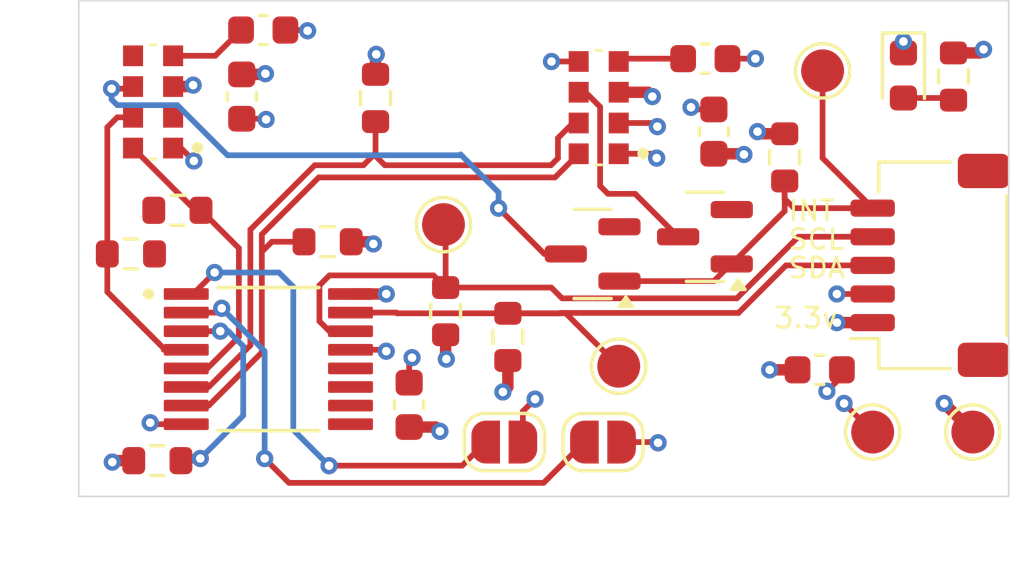
<source format=kicad_pcb>
(kicad_pcb (version 20241229) (generator "pcbnew") (generator_version "9.0")
  (layers (0 "F.Cu" signal) (4 "In1.Cu" signal) (6 "In2.Cu" signal) (2 "B.Cu" signal) (13 "F.Paste" user) (15 "B.Paste" user) (5 "F.SilkS" user "F.Silkscreen") (7 "B.SilkS" user "B.Silkscreen") (1 "F.Mask" user) (3 "B.Mask" user) (25 "Edge.Cuts" user))
  (net 0 "")
  (net 1 "+3.3V")
  (net 2 "GND")
  (net 3 "Net-(D1-A)")
  (net 4 "Net-(D2-A)")
  (net 6 "Net-(D2-COM)")
  (net 7 "Net-(D3-COM)")
  (net 9 "Net-(J1-Pin_4)")
  (net 10 "Net-(J1-Pin_3)")
  (net 11 "Net-(JP3-A)")
  (net 12 "Net-(JP4-A)")
  (net 13 "Net-(U1-~{RESET})")
  (net 16 "Net-(IC1-A)")
  (net 19 "Net-(IC1-SDAT)")
  (net 20 "Net-(IC1-SCLK)")
  (net 21 "Net-(IC2-A)")
  (net 22 "Net-(IC2-SDAT)")
  (net 23 "Net-(IC2-SCLK)")
  (footprint "Capacitor_SMD:C_0603_1608Metric" (layer "F.Cu") (at 168.15 61.15 180)
    (property "Reference" "C1" (hide yes))
    (property "Value" "2.2µF")
    (fp_line (start -0.14058 0.51) (end 0.14058 0.51) (stroke (width 0.12)) (layer "F.SilkS"))
    (fp_line (start -0.14058 -0.51) (end 0.14058 -0.51) (stroke (width 0.12)) (layer "F.SilkS"))
    (pad "1" smd roundrect (at -0.775 0 180) (size 0.9 0.95) (layers "F.Cu" "F.Mask" "F.Paste") (net 2 "GND"))
    (pad "2" smd roundrect (at 0.775 0 180) (size 0.9 0.95) (layers "F.Cu" "F.Mask" "F.Paste") (net 1 "+3.3V"))
  )
  (footprint "Resistor_SMD:R_0603_1608Metric" (layer "F.Cu") (at 145.7 55.575 180)
    (property "Reference" "R9" (hide yes))
    (property "Value" "4.7kΩ" (hide yes))
    (fp_line (start -0.237258 0.5225) (end 0.237258 0.5225) (stroke (width 0.12)) (layer "F.SilkS"))
    (fp_line (start -0.237258 -0.5225) (end 0.237258 -0.5225) (stroke (width 0.12)) (layer "F.SilkS"))
    (pad "1" smd roundrect (at -0.825 0 180) (size 0.8 0.95) (layers "F.Cu" "F.Mask" "F.Paste") (net 20 "Net-(IC1-SCLK)"))
    (pad "2" smd roundrect (at 0.825 0 180) (size 0.8 0.95) (layers "F.Cu" "F.Mask" "F.Paste") (net 1 "+3.3V"))
  )
  (footprint "TestPoint:TestPoint_Pad_D1.5mm" (layer "F.Cu") (at 173.5 63.325)
    (property "Reference" "TP1" (hide yes))
    (property "Value" "TestPoint_Small" (hide yes))
    (fp_circle (center 0 0) (end 0 0.95) (stroke (width 0.12)) (fill no) (layer "F.SilkS"))
    (pad "1" smd circle (at 0 0) (size 1.5 1.5) (layers "F.Cu" "F.Mask") (net 1 "+3.3V"))
  )
  (footprint "TestPoint:TestPoint_Pad_D1.5mm" (layer "F.Cu") (at 155 56.075 90)
    (property "Reference" "TP4" (hide yes))
    (property "Value" "TestPoint_Small" (hide yes))
    (fp_circle (center 0 0) (end 0 0.95) (stroke (width 0.12)) (fill no) (layer "F.SilkS"))
    (pad "1" smd circle (at 0 0 90) (size 1.5 1.5) (layers "F.Cu" "F.Mask") (net 9 "Net-(J1-Pin_4)"))
  )
  (footprint "Jumper:SolderJumper-2_P1.3mm_Open_RoundedPad1.0x1.5mm" (layer "F.Cu") (at 157.125 63.675)
    (property "Reference" "JP4" (hide yes))
    (property "Value" "SolderJumper_2_Open" (hide yes))
    (fp_line (start -1.4 0.3) (end -1.4 -0.3) (stroke (width 0.12)) (layer "F.SilkS"))
    (fp_line (start -0.7 -1) (end 0.7 -1) (stroke (width 0.12)) (layer "F.SilkS"))
    (fp_line (start 0.7 1) (end -0.7 1) (stroke (width 0.12)) (layer "F.SilkS"))
    (fp_line (start 1.4 -0.3) (end 1.4 0.3) (stroke (width 0.12)) (layer "F.SilkS"))
    (fp_arc (start -1.4 -0.3) (mid -1.194975 -0.794975) (end -0.7 -1) (stroke (width 0.12)) (layer "F.SilkS"))
    (fp_arc (start -0.7 1) (mid -1.194975 0.794975) (end -1.4 0.3) (stroke (width 0.12)) (layer "F.SilkS"))
    (fp_arc (start 0.7 -1) (mid 1.194975 -0.794975) (end 1.4 -0.3) (stroke (width 0.12)) (layer "F.SilkS"))
    (fp_arc (start 1.4 0.3) (mid 1.194975 0.794975) (end 0.7 1) (stroke (width 0.12)) (layer "F.SilkS"))
    (pad "1" smd custom (at -0.65 0) (size 1 0.5) (layers "F.Cu" "F.Mask") (net 12 "Net-(JP4-A)") (options (clearance outline) (anchor rect)) (primitives (gr_circle (center 0 0.25) (end 0.5 0.25) (width 0) (fill yes)) (gr_circle (center 0 -0.25) (end 0.5 -0.25) (width 0) (fill yes)) (gr_poly (pts (xy 0.5 0.75) (xy 0 0.75) (xy 0 -0.75) (xy 0.5 -0.75)) (width 0) (fill yes))))
    (pad "2" smd custom (at 0.65 0) (size 1 0.5) (layers "F.Cu" "F.Mask") (net 2 "GND") (options (clearance outline) (anchor rect)) (primitives (gr_circle (center 0 0.25) (end 0.5 0.25) (width 0) (fill yes)) (gr_circle (center 0 -0.25) (end 0.5 -0.25) (width 0) (fill yes)) (gr_poly (pts (xy 0 0.75) (xy -0.5 0.75) (xy -0.5 -0.75) (xy 0 -0.75)) (width 0) (fill yes))))
  )
  (footprint "Resistor_SMD:R_0603_1608Metric" (layer "F.Cu") (at 152.625 51.65 -90)
    (property "Reference" "R6" (hide yes))
    (property "Value" "4.7kΩ" (hide yes))
    (fp_line (start -0.237258 0.5225) (end 0.237258 0.5225) (stroke (width 0.12)) (layer "F.SilkS"))
    (fp_line (start -0.237258 -0.5225) (end 0.237258 -0.5225) (stroke (width 0.12)) (layer "F.SilkS"))
    (pad "1" smd roundrect (at -0.825 0 270) (size 0.8 0.95) (layers "F.Cu" "F.Mask" "F.Paste") (net 1 "+3.3V"))
    (pad "2" smd roundrect (at 0.825 0 270) (size 0.8 0.95) (layers "F.Cu" "F.Mask" "F.Paste") (net 22 "Net-(IC2-SDAT)"))
  )
  (footprint "Resistor_SMD:R_0603_1608Metric" (layer "F.Cu") (at 166.925 53.725 -90)
    (property "Reference" "R5" (hide yes))
    (property "Value" "10kΩ" (hide yes))
    (fp_line (start -0.237258 0.5225) (end 0.237258 0.5225) (stroke (width 0.12)) (layer "F.SilkS"))
    (fp_line (start -0.237258 -0.5225) (end 0.237258 -0.5225) (stroke (width 0.12)) (layer "F.SilkS"))
    (pad "1" smd roundrect (at -0.825 0 270) (size 0.8 0.95) (layers "F.Cu" "F.Mask" "F.Paste") (net 1 "+3.3V"))
    (pad "2" smd roundrect (at 0.825 0 270) (size 0.8 0.95) (layers "F.Cu" "F.Mask" "F.Paste") (net 4 "Net-(D2-A)"))
  )
  (footprint "Resistor_SMD:R_0603_1608Metric" (layer "F.Cu") (at 145 64.325 180)
    (property "Reference" "R3" (hide yes))
    (property "Value" "10kΩ")
    (fp_line (start -0.237258 0.5225) (end 0.237258 0.5225) (stroke (width 0.12)) (layer "F.SilkS"))
    (fp_line (start -0.237258 -0.5225) (end 0.237258 -0.5225) (stroke (width 0.12)) (layer "F.SilkS"))
    (pad "1" smd roundrect (at -0.825 0 180) (size 0.8 0.95) (layers "F.Cu" "F.Mask" "F.Paste") (net 13 "Net-(U1-~{RESET})"))
    (pad "2" smd roundrect (at 0.825 0 180) (size 0.8 0.95) (layers "F.Cu" "F.Mask" "F.Paste") (net 1 "+3.3V"))
  )
  (footprint "TestPoint:TestPoint_Pad_D1.5mm" (layer "F.Cu") (at 170 63.325)
    (property "Reference" "TP2" (hide yes))
    (property "Value" "TestPoint_Small" (hide yes))
    (fp_circle (center 0 0) (end 0 0.95) (stroke (width 0.12)) (fill no) (layer "F.SilkS"))
    (pad "1" smd circle (at 0 0) (size 1.5 1.5) (layers "F.Cu" "F.Mask") (net 2 "GND"))
  )
  (footprint "Capacitor_SMD:C_0603_1608Metric" (layer "F.Cu") (at 164.15 50.275 180)
    (property "Reference" "C4" (hide yes))
    (property "Value" "2.2µF" (hide yes))
    (fp_line (start -0.14058 0.51) (end 0.14058 0.51) (stroke (width 0.12)) (layer "F.SilkS"))
    (fp_line (start -0.14058 -0.51) (end 0.14058 -0.51) (stroke (width 0.12)) (layer "F.SilkS"))
    (pad "1" smd roundrect (at -0.775 0 180) (size 0.9 0.95) (layers "F.Cu" "F.Mask" "F.Paste") (net 2 "GND"))
    (pad "2" smd roundrect (at 0.775 0 180) (size 0.9 0.95) (layers "F.Cu" "F.Mask" "F.Paste") (net 21 "Net-(IC2-A)"))
  )
  (footprint "motion-play-footprints:VCNL4040M3OE" (layer "F.Cu") (at 144.85 51.788)
    (property "Reference" "IC1" (hide yes))
    (property "Value" "VCNL4040M3OE" (hide yes))
    (fp_line (start -0.1 -2) (end 0.1 -2) (stroke (width 0.1)) (layer "F.SilkS"))
    (fp_line (start -0.1 2) (end 0.1 2) (stroke (width 0.1)) (layer "F.SilkS"))
    (fp_line (start 1.55 1.5) (end 1.55 1.5) (stroke (width 0.2)) (layer "F.SilkS"))
    (fp_line (start 1.55 1.7) (end 1.55 1.7) (stroke (width 0.2)) (layer "F.SilkS"))
    (fp_arc (start 1.55 1.5) (mid 1.65 1.6) (end 1.55 1.7) (stroke (width 0.2)) (layer "F.SilkS"))
    (fp_arc (start 1.55 1.7) (mid 1.45 1.6) (end 1.55 1.5) (stroke (width 0.2)) (layer "F.SilkS"))
    (pad "1" smd rect (at 0.7 1.612) (size 0.7 0.725) (layers "F.Cu" "F.Mask" "F.Paste") (net 2 "GND"))
    (pad "2" smd rect (at 0.7 0.537) (size 0.7 0.725) (layers "F.Cu" "F.Mask" "F.Paste") (net 2 "GND"))
    (pad "3" smd rect (at 0.7 -0.538) (size 0.7 0.725) (layers "F.Cu" "F.Mask" "F.Paste") (net 1 "+3.3V"))
    (pad "4" smd rect (at 0.7 -1.613) (size 0.7 0.725) (layers "F.Cu" "F.Mask" "F.Paste") (net 16 "Net-(IC1-A)"))
    (pad "5" smd rect (at -0.7 -1.613) (size 0.7 0.725) (layers "F.Cu" "F.Mask" "F.Paste") (net 2 "GND"))
    (pad "6" smd rect (at -0.7 -0.538) (size 0.7 0.725) (layers "F.Cu" "F.Mask" "F.Paste") (net 6 "Net-(D2-COM)"))
    (pad "7" smd rect (at -0.7 0.537) (size 0.7 0.725) (layers "F.Cu" "F.Mask" "F.Paste") (net 19 "Net-(IC1-SDAT)"))
    (pad "8" smd rect (at -0.7 1.612) (size 0.7 0.725) (layers "F.Cu" "F.Mask" "F.Paste") (net 20 "Net-(IC1-SCLK)"))
  )
  (footprint "Package_TO_SOT_SMD:SOT-23" (layer "F.Cu") (at 164.1375 56.5 180)
    (property "Reference" "D3" (hide yes))
    (property "Value" "BAT54S" (hide yes))
    (fp_line (start 0 1.56) (end 0.65 1.56) (stroke (width 0.12)) (layer "F.SilkS"))
    (fp_line (start 0 1.56) (end -0.65 1.56) (stroke (width 0.12)) (layer "F.SilkS"))
    (fp_line (start 0 -1.56) (end 0.65 -1.56) (stroke (width 0.12)) (layer "F.SilkS"))
    (fp_line (start 0 -1.56) (end -0.65 -1.56) (stroke (width 0.12)) (layer "F.SilkS"))
    (fp_poly (pts (xy -1.1625 -1.51) (xy -1.4025 -1.84) (xy -0.9225 -1.84)) (stroke (width 0.12)) (fill yes) (layer "F.SilkS"))
    (pad "1" smd roundrect (at -0.9375 -0.95 180) (size 1.475 0.6) (layers "F.Cu" "F.Mask" "F.Paste") (net 4 "Net-(D2-A)"))
    (pad "2" smd roundrect (at -0.9375 0.95 180) (size 1.475 0.6) (layers "F.Cu" "F.Mask" "F.Paste"))
    (pad "3" smd roundrect (at 0.9375 0 180) (size 1.475 0.6) (layers "F.Cu" "F.Mask" "F.Paste") (net 7 "Net-(D3-COM)"))
  )
  (footprint "Capacitor_SMD:C_0603_1608Metric" (layer "F.Cu") (at 147.95 51.6 -90)
    (property "Reference" "C7" (hide yes))
    (property "Value" "0.1µF" (hide yes))
    (fp_line (start -0.14058 0.51) (end 0.14058 0.51) (stroke (width 0.12)) (layer "F.SilkS"))
    (fp_line (start -0.14058 -0.51) (end 0.14058 -0.51) (stroke (width 0.12)) (layer "F.SilkS"))
    (pad "1" smd roundrect (at -0.775 0 270) (size 0.9 0.95) (layers "F.Cu" "F.Mask" "F.Paste") (net 1 "+3.3V"))
    (pad "2" smd roundrect (at 0.775 0 270) (size 0.9 0.95) (layers "F.Cu" "F.Mask" "F.Paste") (net 2 "GND"))
  )
  (footprint "Resistor_SMD:R_0603_1608Metric" (layer "F.Cu") (at 144.075 57.1)
    (property "Reference" "R8" (hide yes))
    (property "Value" "4.7kΩ" (hide yes))
    (fp_line (start -0.237258 -0.5225) (end 0.237258 -0.5225) (stroke (width 0.12)) (layer "F.SilkS"))
    (fp_line (start -0.237258 0.5225) (end 0.237258 0.5225) (stroke (width 0.12)) (layer "F.SilkS"))
    (pad "1" smd roundrect (at -0.825 0) (size 0.8 0.95) (layers "F.Cu" "F.Mask" "F.Paste") (net 19 "Net-(IC1-SDAT)"))
    (pad "2" smd roundrect (at 0.825 0) (size 0.8 0.95) (layers "F.Cu" "F.Mask" "F.Paste") (net 1 "+3.3V"))
  )
  (footprint "Capacitor_SMD:C_0603_1608Metric" (layer "F.Cu") (at 164.45 52.825 90)
    (property "Reference" "C6" (hide yes))
    (property "Value" "0.1µF" (hide yes))
    (fp_line (start -0.14058 -0.51) (end 0.14058 -0.51) (stroke (width 0.12)) (layer "F.SilkS"))
    (fp_line (start -0.14058 0.51) (end 0.14058 0.51) (stroke (width 0.12)) (layer "F.SilkS"))
    (pad "1" smd roundrect (at -0.775 0 90) (size 0.9 0.95) (layers "F.Cu" "F.Mask" "F.Paste") (net 1 "+3.3V"))
    (pad "2" smd roundrect (at 0.775 0 90) (size 0.9 0.95) (layers "F.Cu" "F.Mask" "F.Paste") (net 2 "GND"))
  )
  (footprint "LED_SMD:LED_0603_1608Metric" (layer "F.Cu") (at 171.075 50.8625 -90)
    (property "Reference" "D1" (hide yes))
    (property "Value" "LED" (hide yes))
    (fp_line (start -1.485 0.735) (end 0.8 0.735) (stroke (width 0.12)) (layer "F.SilkS"))
    (fp_line (start -1.485 -0.735) (end -1.485 0.735) (stroke (width 0.12)) (layer "F.SilkS"))
    (fp_line (start 0.8 -0.735) (end -1.485 -0.735) (stroke (width 0.12)) (layer "F.SilkS"))
    (pad "1" smd roundrect (at -0.7875 0 270) (size 0.875 0.95) (layers "F.Cu" "F.Mask" "F.Paste") (net 2 "GND"))
    (pad "2" smd roundrect (at 0.7875 0 270) (size 0.875 0.95) (layers "F.Cu" "F.Mask" "F.Paste") (net 3 "Net-(D1-A)"))
  )
  (footprint "TestPoint:TestPoint_Pad_D1.5mm" (layer "F.Cu") (at 161.125 61.025 90)
    (property "Reference" "TP3" (hide yes))
    (property "Value" "TestPoint_Small" (hide yes))
    (fp_circle (center 0 0) (end 0 0.95) (stroke (width 0.12)) (fill no) (layer "F.SilkS"))
    (pad "1" smd circle (at 0 0 90) (size 1.5 1.5) (layers "F.Cu" "F.Mask") (net 10 "Net-(J1-Pin_3)"))
  )
  (footprint "motion-play-footprints:SOP65P640X120-16N" (layer "F.Cu") (at 148.88 60.775)
    (property "Reference" "U1" (hide yes))
    (property "Value" "PCA9546APWR" (hide yes))
    (fp_line (start -1.765 -2.5) (end 1.765 -2.5) (stroke (width 0.127)) (layer "F.SilkS"))
    (fp_line (start 1.765 2.5) (end -1.765 2.5) (stroke (width 0.127)) (layer "F.SilkS"))
    (fp_circle (center -4.19 -2.275) (end -4.09 -2.275) (stroke (width 0.2)) (fill no) (layer "F.SilkS"))
    (pad "1" smd roundrect (at -2.87 -2.275) (size 1.57 0.41) (layers "F.Cu" "F.Mask" "F.Paste") (roundrect_rratio 0.125) (net 12 "Net-(JP4-A)"))
    (pad "2" smd roundrect (at -2.87 -1.625) (size 1.57 0.41) (layers "F.Cu" "F.Mask" "F.Paste") (roundrect_rratio 0.125) (net 11 "Net-(JP3-A)"))
    (pad "3" smd roundrect (at -2.87 -0.975) (size 1.57 0.41) (layers "F.Cu" "F.Mask" "F.Paste") (roundrect_rratio 0.125) (net 13 "Net-(U1-~{RESET})"))
    (pad "4" smd roundrect (at -2.87 -0.325) (size 1.57 0.41) (layers "F.Cu" "F.Mask" "F.Paste") (roundrect_rratio 0.125) (net 19 "Net-(IC1-SDAT)"))
    (pad "5" smd roundrect (at -2.87 0.325) (size 1.57 0.41) (layers "F.Cu" "F.Mask" "F.Paste") (roundrect_rratio 0.125) (net 20 "Net-(IC1-SCLK)"))
    (pad "6" smd roundrect (at -2.87 0.975) (size 1.57 0.41) (layers "F.Cu" "F.Mask" "F.Paste") (roundrect_rratio 0.125) (net 22 "Net-(IC2-SDAT)"))
    (pad "7" smd roundrect (at -2.87 1.625) (size 1.57 0.41) (layers "F.Cu" "F.Mask" "F.Paste") (roundrect_rratio 0.125) (net 23 "Net-(IC2-SCLK)"))
    (pad "8" smd roundrect (at -2.87 2.275) (size 1.57 0.41) (layers "F.Cu" "F.Mask" "F.Paste") (roundrect_rratio 0.125) (net 2 "GND"))
    (pad "9" smd roundrect (at 2.87 2.275) (size 1.57 0.41) (layers "F.Cu" "F.Mask" "F.Paste") (roundrect_rratio 0.125))
    (pad "10" smd roundrect (at 2.87 1.625) (size 1.57 0.41) (layers "F.Cu" "F.Mask" "F.Paste") (roundrect_rratio 0.125))
    (pad "11" smd roundrect (at 2.87 0.975) (size 1.57 0.41) (layers "F.Cu" "F.Mask" "F.Paste") (roundrect_rratio 0.125))
    (pad "12" smd roundrect (at 2.87 0.325) (size 1.57 0.41) (layers "F.Cu" "F.Mask" "F.Paste") (roundrect_rratio 0.125))
    (pad "13" smd roundrect (at 2.87 -0.325) (size 1.57 0.41) (layers "F.Cu" "F.Mask" "F.Paste") (roundrect_rratio 0.125) (net 2 "GND"))
    (pad "14" smd roundrect (at 2.87 -0.975) (size 1.57 0.41) (layers "F.Cu" "F.Mask" "F.Paste") (roundrect_rratio 0.125) (net 9 "Net-(J1-Pin_4)"))
    (pad "15" smd roundrect (at 2.87 -1.625) (size 1.57 0.41) (layers "F.Cu" "F.Mask" "F.Paste") (roundrect_rratio 0.125) (net 10 "Net-(J1-Pin_3)"))
    (pad "16" smd roundrect (at 2.87 -2.275) (size 1.57 0.41) (layers "F.Cu" "F.Mask" "F.Paste") (roundrect_rratio 0.125) (net 1 "+3.3V"))
  )
  (footprint "Package_TO_SOT_SMD:SOT-23" (layer "F.Cu") (at 160.2125 57.1 180)
    (property "Reference" "D2" (hide yes))
    (property "Value" "BAT54S" (hide yes))
    (fp_line (start 0 1.56) (end 0.65 1.56) (stroke (width 0.12)) (layer "F.SilkS"))
    (fp_line (start 0 1.56) (end -0.65 1.56) (stroke (width 0.12)) (layer "F.SilkS"))
    (fp_line (start 0 -1.56) (end 0.65 -1.56) (stroke (width 0.12)) (layer "F.SilkS"))
    (fp_line (start 0 -1.56) (end -0.65 -1.56) (stroke (width 0.12)) (layer "F.SilkS"))
    (fp_poly (pts (xy -1.1625 -1.51) (xy -1.4025 -1.84) (xy -0.9225 -1.84)) (stroke (width 0.12)) (fill yes) (layer "F.SilkS"))
    (pad "1" smd roundrect (at -0.9375 -0.95 180) (size 1.475 0.6) (layers "F.Cu" "F.Mask" "F.Paste") (net 4 "Net-(D2-A)"))
    (pad "2" smd roundrect (at -0.9375 0.95 180) (size 1.475 0.6) (layers "F.Cu" "F.Mask" "F.Paste"))
    (pad "3" smd roundrect (at 0.9375 0 180) (size 1.475 0.6) (layers "F.Cu" "F.Mask" "F.Paste") (net 6 "Net-(D2-COM)"))
  )
  (footprint "Resistor_SMD:R_0603_1608Metric" (layer "F.Cu") (at 155.075 59.1 90)
    (property "Reference" "R2" (hide yes))
    (property "Value" "4.7kΩ" (hide yes))
    (fp_line (start -0.237258 -0.5225) (end 0.237258 -0.5225) (stroke (width 0.12)) (layer "F.SilkS"))
    (fp_line (start -0.237258 0.5225) (end 0.237258 0.5225) (stroke (width 0.12)) (layer "F.SilkS"))
    (pad "1" smd roundrect (at -0.825 0 90) (size 0.8 0.95) (layers "F.Cu" "F.Mask" "F.Paste") (net 1 "+3.3V"))
    (pad "2" smd roundrect (at 0.825 0 90) (size 0.8 0.95) (layers "F.Cu" "F.Mask" "F.Paste") (net 9 "Net-(J1-Pin_4)"))
  )
  (footprint "Capacitor_SMD:C_0603_1608Metric" (layer "F.Cu") (at 148.7 49.275 180)
    (property "Reference" "C8" (hide yes))
    (property "Value" "2.2µF" (hide yes))
    (fp_line (start -0.14058 0.51) (end 0.14058 0.51) (stroke (width 0.12)) (layer "F.SilkS"))
    (fp_line (start -0.14058 -0.51) (end 0.14058 -0.51) (stroke (width 0.12)) (layer "F.SilkS"))
    (pad "1" smd roundrect (at -0.775 0 180) (size 0.9 0.95) (layers "F.Cu" "F.Mask" "F.Paste") (net 2 "GND"))
    (pad "2" smd roundrect (at 0.775 0 180) (size 0.9 0.95) (layers "F.Cu" "F.Mask" "F.Paste") (net 16 "Net-(IC1-A)"))
  )
  (footprint "Jumper:SolderJumper-2_P1.3mm_Open_RoundedPad1.0x1.5mm" (layer "F.Cu") (at 160.575 63.675)
    (property "Reference" "JP3" (hide yes))
    (property "Value" "SolderJumper_2_Open" (hide yes))
    (fp_line (start -1.4 0.3) (end -1.4 -0.3) (stroke (width 0.12)) (layer "F.SilkS"))
    (fp_line (start -0.7 -1) (end 0.7 -1) (stroke (width 0.12)) (layer "F.SilkS"))
    (fp_line (start 0.7 1) (end -0.7 1) (stroke (width 0.12)) (layer "F.SilkS"))
    (fp_line (start 1.4 -0.3) (end 1.4 0.3) (stroke (width 0.12)) (layer "F.SilkS"))
    (fp_arc (start -1.4 -0.3) (mid -1.194975 -0.794975) (end -0.7 -1) (stroke (width 0.12)) (layer "F.SilkS"))
    (fp_arc (start -0.7 1) (mid -1.194975 0.794975) (end -1.4 0.3) (stroke (width 0.12)) (layer "F.SilkS"))
    (fp_arc (start 0.7 -1) (mid 1.194975 -0.794975) (end 1.4 -0.3) (stroke (width 0.12)) (layer "F.SilkS"))
    (fp_arc (start 1.4 0.3) (mid 1.194975 0.794975) (end 0.7 1) (stroke (width 0.12)) (layer "F.SilkS"))
    (pad "1" smd custom (at -0.65 0) (size 1 0.5) (layers "F.Cu" "F.Mask") (net 11 "Net-(JP3-A)") (options (clearance outline) (anchor rect)) (primitives (gr_circle (center 0 0.25) (end 0.5 0.25) (width 0) (fill yes)) (gr_circle (center 0 -0.25) (end 0.5 -0.25) (width 0) (fill yes)) (gr_poly (pts (xy 0.5 0.75) (xy 0 0.75) (xy 0 -0.75) (xy 0.5 -0.75)) (width 0) (fill yes))))
    (pad "2" smd custom (at 0.65 0) (size 1 0.5) (layers "F.Cu" "F.Mask") (net 2 "GND") (options (clearance outline) (anchor rect)) (primitives (gr_circle (center 0 0.25) (end 0.5 0.25) (width 0) (fill yes)) (gr_circle (center 0 -0.25) (end 0.5 -0.25) (width 0) (fill yes)) (gr_poly (pts (xy 0 0.75) (xy -0.5 0.75) (xy -0.5 -0.75) (xy 0 -0.75)) (width 0) (fill yes))))
  )
  (footprint "Resistor_SMD:R_0603_1608Metric" (layer "F.Cu") (at 150.95 56.675 180)
    (property "Reference" "R7" (hide yes))
    (property "Value" "4.7kΩ" (hide yes))
    (fp_line (start -0.237258 0.5225) (end 0.237258 0.5225) (stroke (width 0.12)) (layer "F.SilkS"))
    (fp_line (start -0.237258 -0.5225) (end 0.237258 -0.5225) (stroke (width 0.12)) (layer "F.SilkS"))
    (pad "1" smd roundrect (at -0.825 0 180) (size 0.8 0.95) (layers "F.Cu" "F.Mask" "F.Paste") (net 1 "+3.3V"))
    (pad "2" smd roundrect (at 0.825 0 180) (size 0.8 0.95) (layers "F.Cu" "F.Mask" "F.Paste") (net 23 "Net-(IC2-SCLK)"))
  )
  (footprint "motion-play-footprints:VCNL4040M3OE" (layer "F.Cu") (at 160.425 51.987)
    (property "Reference" "IC2" (hide yes))
    (property "Value" "VCNL4040M3OE" (hide yes))
    (fp_line (start -0.1 -2) (end 0.1 -2) (stroke (width 0.1)) (layer "F.SilkS"))
    (fp_line (start -0.1 2) (end 0.1 2) (stroke (width 0.1)) (layer "F.SilkS"))
    (fp_line (start 1.55 1.5) (end 1.55 1.5) (stroke (width 0.2)) (layer "F.SilkS"))
    (fp_line (start 1.55 1.7) (end 1.55 1.7) (stroke (width 0.2)) (layer "F.SilkS"))
    (fp_arc (start 1.55 1.5) (mid 1.65 1.6) (end 1.55 1.7) (stroke (width 0.2)) (layer "F.SilkS"))
    (fp_arc (start 1.55 1.7) (mid 1.45 1.6) (end 1.55 1.5) (stroke (width 0.2)) (layer "F.SilkS"))
    (pad "1" smd rect (at 0.7 1.612) (size 0.7 0.725) (layers "F.Cu" "F.Mask" "F.Paste") (net 2 "GND"))
    (pad "2" smd rect (at 0.7 0.537) (size 0.7 0.725) (layers "F.Cu" "F.Mask" "F.Paste") (net 2 "GND"))
    (pad "3" smd rect (at 0.7 -0.538) (size 0.7 0.725) (layers "F.Cu" "F.Mask" "F.Paste") (net 1 "+3.3V"))
    (pad "4" smd rect (at 0.7 -1.613) (size 0.7 0.725) (layers "F.Cu" "F.Mask" "F.Paste") (net 21 "Net-(IC2-A)"))
    (pad "5" smd rect (at -0.7 -1.613) (size 0.7 0.725) (layers "F.Cu" "F.Mask" "F.Paste") (net 2 "GND"))
    (pad "6" smd rect (at -0.7 -0.538) (size 0.7 0.725) (layers "F.Cu" "F.Mask" "F.Paste") (net 7 "Net-(D3-COM)"))
    (pad "7" smd rect (at -0.7 0.537) (size 0.7 0.725) (layers "F.Cu" "F.Mask" "F.Paste") (net 22 "Net-(IC2-SDAT)"))
    (pad "8" smd rect (at -0.7 1.612) (size 0.7 0.725) (layers "F.Cu" "F.Mask" "F.Paste") (net 23 "Net-(IC2-SCLK)"))
  )
  (footprint "TestPoint:TestPoint_Pad_D1.5mm" (layer "F.Cu") (at 168.25 50.7)
    (property "Reference" "TP5" (hide yes))
    (property "Value" "TestPoint_Small" (hide yes))
    (fp_circle (center 0 0) (end 0 0.95) (stroke (width 0.12)) (fill no) (layer "F.SilkS"))
    (pad "1" smd circle (at 0 0) (size 1.5 1.5) (layers "F.Cu" "F.Mask") (net 4 "Net-(D2-A)"))
  )
  (footprint "Connector_JST:JST_SH_SM05B-SRSS-TB_1x05-1MP_P1.00mm_Horizontal" (layer "F.Cu") (at 172 57.5 90)
    (property "Reference" "J1" (hide yes))
    (property "Value" "Conn_01x05" (hide yes))
    (fp_line (start 3.61 -1.785) (end 2.56 -1.785) (stroke (width 0.12)) (layer "F.SilkS"))
    (fp_line (start -2.56 -1.785) (end -2.56 -2.775) (stroke (width 0.12)) (layer "F.SilkS"))
    (fp_line (start -3.61 -1.785) (end -2.56 -1.785) (stroke (width 0.12)) (layer "F.SilkS"))
    (fp_line (start 3.61 0.715) (end 3.61 -1.785) (stroke (width 0.12)) (layer "F.SilkS"))
    (fp_line (start -3.61 0.715) (end -3.61 -1.785) (stroke (width 0.12)) (layer "F.SilkS"))
    (fp_line (start -2.44 2.685) (end 2.44 2.685) (stroke (width 0.12)) (layer "F.SilkS"))
    (pad "1" smd roundrect (at -2 -2 90) (size 0.6 1.55) (layers "F.Cu" "F.Mask" "F.Paste") (net 1 "+3.3V"))
    (pad "2" smd roundrect (at -1 -2 90) (size 0.6 1.55) (layers "F.Cu" "F.Mask" "F.Paste") (net 2 "GND"))
    (pad "3" smd roundrect (at 0 -2 90) (size 0.6 1.55) (layers "F.Cu" "F.Mask" "F.Paste") (net 10 "Net-(J1-Pin_3)"))
    (pad "4" smd roundrect (at 1 -2 90) (size 0.6 1.55) (layers "F.Cu" "F.Mask" "F.Paste") (net 9 "Net-(J1-Pin_4)"))
    (pad "5" smd roundrect (at 2 -2 90) (size 0.6 1.55) (layers "F.Cu" "F.Mask" "F.Paste") (net 4 "Net-(D2-A)"))
    (pad "MP" smd roundrect (at -3.3 1.875 90) (size 1.2 1.8) (layers "F.Cu" "F.Mask" "F.Paste") (roundrect_rratio 0.208333))
    (pad "MP" smd roundrect (at 3.3 1.875 90) (size 1.2 1.8) (layers "F.Cu" "F.Mask" "F.Paste") (roundrect_rratio 0.208333))
  )
  (footprint "Resistor_SMD:R_0603_1608Metric" (layer "F.Cu") (at 157.25 60 90)
    (property "Reference" "R1" (hide yes))
    (property "Value" "4.7kΩ" (hide yes))
    (fp_line (start -0.237258 -0.5225) (end 0.237258 -0.5225) (stroke (width 0.12)) (layer "F.SilkS"))
    (fp_line (start -0.237258 0.5225) (end 0.237258 0.5225) (stroke (width 0.12)) (layer "F.SilkS"))
    (pad "1" smd roundrect (at -0.825 0 90) (size 0.8 0.95) (layers "F.Cu" "F.Mask" "F.Paste") (net 1 "+3.3V"))
    (pad "2" smd roundrect (at 0.825 0 90) (size 0.8 0.95) (layers "F.Cu" "F.Mask" "F.Paste") (net 10 "Net-(J1-Pin_3)"))
  )
  (footprint "Capacitor_SMD:C_0603_1608Metric" (layer "F.Cu") (at 153.8 62.375 -90)
    (property "Reference" "C2" (hide yes))
    (property "Value" "0.1µF" (hide yes))
    (fp_line (start -0.14058 0.51) (end 0.14058 0.51) (stroke (width 0.12)) (layer "F.SilkS"))
    (fp_line (start -0.14058 -0.51) (end 0.14058 -0.51) (stroke (width 0.12)) (layer "F.SilkS"))
    (pad "1" smd roundrect (at -0.775 0 270) (size 0.9 0.95) (layers "F.Cu" "F.Mask" "F.Paste") (net 2 "GND"))
    (pad "2" smd roundrect (at 0.775 0 270) (size 0.9 0.95) (layers "F.Cu" "F.Mask" "F.Paste") (net 1 "+3.3V"))
  )
  (footprint "Resistor_SMD:R_0603_1608Metric" (layer "F.Cu") (at 172.825 50.9 90)
    (property "Reference" "R4" (hide yes))
    (property "Value" "1kΩ" (hide yes))
    (fp_line (start -0.237258 -0.5225) (end 0.237258 -0.5225) (stroke (width 0.12)) (layer "F.SilkS"))
    (fp_line (start -0.237258 0.5225) (end 0.237258 0.5225) (stroke (width 0.12)) (layer "F.SilkS"))
    (pad "1" smd roundrect (at -0.825 0 90) (size 0.8 0.95) (layers "F.Cu" "F.Mask" "F.Paste") (net 3 "Net-(D1-A)"))
    (pad "2" smd roundrect (at 0.825 0 90) (size 0.8 0.95) (layers "F.Cu" "F.Mask" "F.Paste") (net 1 "+3.3V"))
  )
  (gr_rect (start 142.25 48.25) (end 174.75 65.575) (stroke (width 0.05)) (fill no) (layer "Edge.Cuts"))
  (gr_text "SCL" (at 167 57 0) (layer "F.SilkS") (effects (font (size 0.7 0.7) (thickness 0.1)) (justify left bottom)))
  (gr_text "INT" (at 167 56 0) (layer "F.SilkS") (effects (font (size 0.7 0.7) (thickness 0.1)) (justify left bottom)))
  (gr_text "3.3v" (at 166.5 59.75 0) (layer "F.SilkS") (effects (font (size 0.7 0.7) (thickness 0.1)) (justify left bottom)))
  (gr_text "SDA" (at 167 58 0) (layer "F.SilkS") (effects (font (size 0.7 0.7) (thickness 0.1)) (justify left bottom)))
  (segment (start 145.55 51.25) (end 146.2 51.25) (width 0.4) (layer "F.Cu") (net 1))
  (segment (start 155.075 60.75) (end 155.1 60.775) (width 0.4) (layer "F.Cu") (net 1))
  (segment (start 166.925 52.9) (end 166.05 52.9) (width 0.4) (layer "F.Cu") (net 1))
  (segment (start 155.075 59.925) (end 155.075 60.75) (width 0.4) (layer "F.Cu") (net 1))
  (segment (start 172.825 50.075) (end 173.75 50.075) (width 0.4) (layer "F.Cu") (net 1))
  (segment (start 161.125 51.449) (end 162.149 51.449) (width 0.4) (layer "F.Cu") (net 1))
  (segment (start 151.75 58.5) (end 153 58.5) (width 0.4) (layer "F.Cu") (net 1))
  (segment (start 173.75 50.075) (end 173.875 49.95) (width 0.4) (layer "F.Cu") (net 1))
  (segment (start 157.25 61.75) (end 157.075735 61.924265) (width 0.4) (layer "F.Cu") (net 1))
  (segment (start 147.95 50.825) (end 148.75 50.825) (width 0.4) (layer "F.Cu") (net 1))
  (segment (start 165.475 53.6) (end 165.5 53.625) (width 0.4) (layer "F.Cu") (net 1))
  (segment (start 157.25 60.825) (end 157.25 61.75) (width 0.4) (layer "F.Cu") (net 1))
  (segment (start 154.725 63.15) (end 154.875 63.3) (width 0.4) (layer "F.Cu") (net 1))
  (segment (start 164.45 53.6) (end 165.475 53.6) (width 0.4) (layer "F.Cu") (net 1))
  (segment (start 143.475 64.325) (end 143.425 64.375) (width 0.4) (layer "F.Cu") (net 1))
  (segment (start 148.75 50.825) (end 148.775 50.8) (width 0.4) (layer "F.Cu") (net 1))
  (segment (start 146.2 51.25) (end 146.25 51.2) (width 0.4) (layer "F.Cu") (net 1))
  (segment (start 170 59.5) (end 168.75 59.5) (width 0.4) (layer "F.Cu") (net 1))
  (segment (start 173.5 63.325) (end 172.5 62.325) (width 0.4) (layer "F.Cu") (net 1))
  (segment (start 152.625 50.825) (end 152.625 50.15) (width 0.4) (layer "F.Cu") (net 1))
  (segment (start 153.8 63.15) (end 154.725 63.15) (width 0.4) (layer "F.Cu") (net 1))
  (segment (start 166.05 52.9) (end 165.975 52.825) (width 0.4) (layer "F.Cu") (net 1))
  (segment (start 152.475 56.675) (end 152.55 56.75) (width 0.4) (layer "F.Cu") (net 1))
  (segment (start 144.175 64.325) (end 143.475 64.325) (width 0.4) (layer "F.Cu") (net 1))
  (segment (start 151.775 56.675) (end 152.475 56.675) (width 0.4) (layer "F.Cu") (net 1))
  (segment (start 167.375 61.15) (end 166.4 61.15) (width 0.4) (layer "F.Cu") (net 1))
  (segment (start 162.149 51.449) (end 162.3 51.6) (width 0.4) (layer "F.Cu") (net 1))
  (segment (start 152.625 50.15) (end 152.65 50.125) (width 0.4) (layer "F.Cu") (net 1))
  (via (at 143.425 64.375) (size 0.6) (drill 0.3) (layers "F.Cu" "B.Cu") (net 1))
  (via (at 168.75 59.5) (size 0.6) (drill 0.3) (layers "F.Cu" "B.Cu") (net 1))
  (via (at 165.975 52.825) (size 0.6) (drill 0.3) (layers "F.Cu" "B.Cu") (net 1))
  (via (at 153 58.5) (size 0.6) (drill 0.3) (layers "F.Cu" "B.Cu") (net 1))
  (via (at 157.075735 61.924265) (size 0.6) (drill 0.3) (layers "F.Cu" "B.Cu") (net 1))
  (via (at 165.5 53.625) (size 0.6) (drill 0.3) (layers "F.Cu" "B.Cu") (net 1))
  (via (at 152.55 56.75) (size 0.6) (drill 0.3) (layers "F.Cu" "B.Cu") (net 1))
  (via (at 173.875 49.95) (size 0.6) (drill 0.3) (layers "F.Cu" "B.Cu") (net 1))
  (via (at 146.25 51.2) (size 0.6) (drill 0.3) (layers "F.Cu" "B.Cu") (net 1))
  (via (at 166.4 61.15) (size 0.6) (drill 0.3) (layers "F.Cu" "B.Cu") (net 1))
  (via (at 162.3 51.6) (size 0.6) (drill 0.3) (layers "F.Cu" "B.Cu") (net 1))
  (via (at 154.875 63.3) (size 0.6) (drill 0.3) (layers "F.Cu" "B.Cu") (net 1))
  (via (at 155.1 60.775) (size 0.6) (drill 0.3) (layers "F.Cu" "B.Cu") (net 1))
  (via (at 152.65 50.125) (size 0.6) (drill 0.3) (layers "F.Cu" "B.Cu") (net 1))
  (via (at 148.775 50.8) (size 0.6) (drill 0.3) (layers "F.Cu" "B.Cu") (net 1))
  (via (at 172.5 62.325) (size 0.6) (drill 0.3) (layers "F.Cu" "B.Cu") (net 1))
  (segment (start 171.075 50.075) (end 171.075 49.675) (width 0.2) (layer "F.Cu") (net 2))
  (segment (start 147.95 52.375) (end 148.775 52.375) (width 0.2) (layer "F.Cu") (net 2))
  (segment (start 158.776 50.374) (end 158.775 50.375) (width 0.2) (layer "F.Cu") (net 2))
  (segment (start 170 58.5) (end 168.75 58.5) (width 0.2) (layer "F.Cu") (net 2))
  (segment (start 161.125 52.525) (end 160.8855 52.525) (width 0.2) (layer "F.Cu") (net 2))
  (segment (start 162.299 53.599) (end 162.45 53.75) (width 0.2) (layer "F.Cu") (net 2))
  (segment (start 161.125 53.599) (end 162.299 53.599) (width 0.2) (layer "F.Cu") (net 2))
  (segment (start 149.475 49.275) (end 150.225 49.275) (width 0.2) (layer "F.Cu") (net 2))
  (segment (start 151.75 60.45) (end 152.95 60.45) (width 0.2) (layer "F.Cu") (net 2))
  (segment (start 168.925 61.375) (end 168.4 61.9) (width 0.2) (layer "F.Cu") (net 2))
  (segment (start 150.225 49.275) (end 150.25 49.3) (width 0.2) (layer "F.Cu") (net 2))
  (segment (start 159.725 50.374) (end 158.776 50.374) (width 0.2) (layer "F.Cu") (net 2))
  (segment (start 157.775 63.675) (end 157.775 62.6) (width 0.2) (layer "F.Cu") (net 2))
  (segment (start 144.8 63.05) (end 144.75 63) (width 0.2) (layer "F.Cu") (net 2))
  (segment (start 146.01 63.05) (end 144.8 63.05) (width 0.2) (layer "F.Cu") (net 2))
  (segment (start 170 63.325) (end 169 62.325) (width 0.2) (layer "F.Cu") (net 2))
  (segment (start 145.825 53.4) (end 146.275 53.85) (width 0.2) (layer "F.Cu") (net 2))
  (segment (start 164.45 52.05) (end 163.725 52.05) (width 0.2) (layer "F.Cu") (net 2))
  (segment (start 148.775 52.375) (end 148.8 52.4) (width 0.2) (layer "F.Cu") (net 2))
  (segment (start 153.8 60.825) (end 153.9 60.725) (width 0.2) (layer "F.Cu") (net 2))
  (segment (start 157.775 62.6) (end 158.2 62.175) (width 0.2) (layer "F.Cu") (net 2))
  (segment (start 161.225 63.675) (end 162.475 63.675) (width 0.2) (layer "F.Cu") (net 2))
  (segment (start 152.95 60.45) (end 153 60.5) (width 0.2) (layer "F.Cu") (net 2))
  (segment (start 162.475 63.675) (end 162.5 63.7) (width 0.2) (layer "F.Cu") (net 2))
  (segment (start 164.925 50.275) (end 165.9 50.275) (width 0.2) (layer "F.Cu") (net 2))
  (segment (start 162.349 52.524) (end 162.475 52.65) (width 0.2) (layer "F.Cu") (net 2))
  (segment (start 163.725 52.05) (end 163.65 51.975) (width 0.2) (layer "F.Cu") (net 2))
  (segment (start 153.8 61.6) (end 153.8 60.825) (width 0.2) (layer "F.Cu") (net 2))
  (segment (start 168.925 61.15) (end 168.925 61.375) (width 0.2) (layer "F.Cu") (net 2))
  (segment (start 144.15 50.175) (end 144.15 50.05) (width 0.2) (layer "F.Cu") (net 2))
  (segment (start 161.125 52.524) (end 162.349 52.524) (width 0.2) (layer "F.Cu") (net 2))
  (segment (start 145.55 53.4) (end 145.825 53.4) (width 0.2) (layer "F.Cu") (net 2))
  (via (at 158.2 62.175) (size 0.6) (drill 0.3) (layers "F.Cu" "B.Cu") (net 2))
  (via (at 146.275 53.85) (size 0.6) (drill 0.3) (layers "F.Cu" "B.Cu") (net 2))
  (via (at 153 60.5) (size 0.6) (drill 0.3) (layers "F.Cu" "B.Cu") (net 2))
  (via (at 153.9 60.725) (size 0.6) (drill 0.3) (layers "F.Cu" "B.Cu") (net 2))
  (via (at 144.75 63) (size 0.6) (drill 0.3) (layers "F.Cu" "B.Cu") (net 2))
  (via (at 168.4 61.9) (size 0.6) (drill 0.3) (layers "F.Cu" "B.Cu") (net 2))
  (via (at 162.5 63.7) (size 0.6) (drill 0.3) (layers "F.Cu" "B.Cu") (net 2))
  (via (at 162.45 53.75) (size 0.6) (drill 0.3) (layers "F.Cu" "B.Cu") (net 2))
  (via (at 169 62.325) (size 0.6) (drill 0.3) (layers "F.Cu" "B.Cu") (net 2))
  (via (at 158.775 50.375) (size 0.6) (drill 0.3) (layers "F.Cu" "B.Cu") (net 2))
  (via (at 148.8 52.4) (size 0.6) (drill 0.3) (layers "F.Cu" "B.Cu") (net 2))
  (via (at 165.9 50.275) (size 0.6) (drill 0.3) (layers "F.Cu" "B.Cu") (net 2))
  (via (at 171.075 49.675) (size 0.6) (drill 0.3) (layers "F.Cu" "B.Cu") (net 2))
  (via (at 163.65 51.975) (size 0.6) (drill 0.3) (layers "F.Cu" "B.Cu") (net 2))
  (via (at 162.475 52.65) (size 0.6) (drill 0.3) (layers "F.Cu" "B.Cu") (net 2))
  (via (at 168.75 58.5) (size 0.6) (drill 0.3) (layers "F.Cu" "B.Cu") (net 2))
  (via (at 150.25 49.3) (size 0.6) (drill 0.3) (layers "F.Cu" "B.Cu") (net 2))
  (segment (start 172.75 51.65) (end 172.825 51.725) (width 0.2) (layer "F.Cu") (net 3))
  (segment (start 171.075 51.65) (end 172.75 51.65) (width 0.2) (layer "F.Cu") (net 3))
  (segment (start 164.45 58.05) (end 161.15 58.05) (width 0.2) (layer "F.Cu") (net 4))
  (segment (start 166.925 55.175) (end 166.925 54.55) (width 0.2) (layer "F.Cu") (net 4))
  (segment (start 168.25 53.75) (end 168.25 50.7) (width 0.2) (layer "F.Cu") (net 4))
  (segment (start 167.25 55.5) (end 166.925 55.175) (width 0.2) (layer "F.Cu") (net 4))
  (segment (start 165.075 57.45) (end 165.05 57.45) (width 0.2) (layer "F.Cu") (net 4))
  (segment (start 165.05 57.45) (end 164.45 58.05) (width 0.2) (layer "F.Cu") (net 4))
  (segment (start 166.925 55.6) (end 165.075 57.45) (width 0.2) (layer "F.Cu") (net 4))
  (segment (start 170 55.5) (end 168.25 53.75) (width 0.2) (layer "F.Cu") (net 4))
  (segment (start 170 55.5) (end 167.25 55.5) (width 0.2) (layer "F.Cu") (net 4))
  (segment (start 166.925 54.55) (end 166.925 55.6) (width 0.2) (layer "F.Cu") (net 4))
  (segment (start 144.075 51.325) (end 144.15 51.25) (width 0.2) (layer "F.Cu") (net 6))
  (segment (start 159.275 57.1) (end 158.524 57.1) (width 0.2) (layer "F.Cu") (net 6))
  (segment (start 158.524 57.1) (end 156.925 55.501) (width 0.2) (layer "F.Cu") (net 6))
  (segment (start 143.4 51.325) (end 144.075 51.325) (width 0.2) (layer "F.Cu") (net 6))
  (via (at 143.4 51.325) (size 0.6) (drill 0.3) (layers "F.Cu" "B.Cu") (net 6))
  (via (at 156.925 55.501) (size 0.6) (drill 0.3) (layers "F.Cu" "B.Cu") (net 6))
  (segment (start 147.45 53.65) (end 145.7 51.9) (width 0.2) (layer "B.Cu") (net 6))
  (segment (start 155.6 53.625) (end 155.575 53.65) (width 0.2) (layer "B.Cu") (net 6))
  (segment (start 156.925 55.501) (end 156.925 54.95) (width 0.2) (layer "B.Cu") (net 6))
  (segment (start 143.4 51.7) (end 143.4 51.325) (width 0.2) (layer "B.Cu") (net 6))
  (segment (start 156.925 54.95) (end 155.6 53.625) (width 0.2) (layer "B.Cu") (net 6))
  (segment (start 155.575 53.65) (end 147.45 53.65) (width 0.2) (layer "B.Cu") (net 6))
  (segment (start 143.6 51.9) (end 143.4 51.7) (width 0.2) (layer "B.Cu") (net 6))
  (segment (start 145.7 51.9) (end 143.6 51.9) (width 0.2) (layer "B.Cu") (net 6))
  (segment (start 159.725 51.449) (end 159.9645 51.449) (width 0.2) (layer "F.Cu") (net 7))
  (segment (start 160.474 54.724) (end 160.75 55) (width 0.2) (layer "F.Cu") (net 7))
  (segment (start 160.474 51.9585) (end 160.474 54.724) (width 0.2) (layer "F.Cu") (net 7))
  (segment (start 161.7 55) (end 160.75 55) (width 0.2) (layer "F.Cu") (net 7))
  (segment (start 163.2 56.5) (end 161.7 55) (width 0.2) (layer "F.Cu") (net 7))
  (segment (start 159.9645 51.449) (end 160.474 51.9585) (width 0.2) (layer "F.Cu") (net 7))
  (segment (start 170 56.5) (end 167.404468 56.5) (width 0.2) (layer "F.Cu") (net 9))
  (segment (start 150.664 58.198922) (end 150.664 59.451078) (width 0.2) (layer "F.Cu") (net 9))
  (segment (start 151.012922 57.85) (end 150.664 58.198922) (width 0.2) (layer "F.Cu") (net 9))
  (segment (start 158.7671 58.275) (end 155.075 58.275) (width 0.2) (layer "F.Cu") (net 9))
  (segment (start 154.65 57.85) (end 151.012922 57.85) (width 0.2) (layer "F.Cu") (net 9))
  (segment (start 150.664 59.451078) (end 151.012922 59.8) (width 0.2) (layer "F.Cu") (net 9))
  (segment (start 155.075 58.275) (end 155.075 56.15) (width 0.2) (layer "F.Cu") (net 9))
  (segment (start 159.1431 58.651) (end 158.7671 58.275) (width 0.2) (layer "F.Cu") (net 9))
  (segment (start 155.075 58.275) (end 154.65 57.85) (width 0.2) (layer "F.Cu") (net 9))
  (segment (start 151.012922 59.8) (end 151.75 59.8) (width 0.2) (layer "F.Cu") (net 9))
  (segment (start 165.253468 58.651) (end 159.1431 58.651) (width 0.2) (layer "F.Cu") (net 9))
  (segment (start 155.075 56.15) (end 155 56.075) (width 0.2) (layer "F.Cu") (net 9))
  (segment (start 167.404468 56.5) (end 165.253468 58.651) (width 0.2) (layer "F.Cu") (net 9))
  (segment (start 153.375 59.175) (end 153.35 59.15) (width 0.2) (layer "F.Cu") (net 10))
  (segment (start 157.25 59.175) (end 153.375 59.175) (width 0.2) (layer "F.Cu") (net 10))
  (segment (start 159.073872 59.175) (end 157.25 59.175) (width 0.2) (layer "F.Cu") (net 10))
  (segment (start 170 57.5) (end 170.416968 57.5) (width 0.2) (layer "F.Cu") (net 10))
  (segment (start 153.35 59.15) (end 151.75 59.15) (width 0.2) (layer "F.Cu") (net 10))
  (segment (start 159.086936 59.161936) (end 159.073872 59.175) (width 0.2) (layer "F.Cu") (net 10))
  (segment (start 170 57.5) (end 166.971568 57.5) (width 0.2) (layer "F.Cu") (net 10))
  (segment (start 159.275 59.175) (end 161.125 61.025) (width 0.2) (layer "F.Cu") (net 10))
  (segment (start 165.309632 59.161936) (end 159.086936 59.161936) (width 0.2) (layer "F.Cu") (net 10))
  (segment (start 157.25 59.175) (end 159.275 59.175) (width 0.2) (layer "F.Cu") (net 10))
  (segment (start 166.971568 57.5) (end 165.309632 59.161936) (width 0.2) (layer "F.Cu") (net 10))
  (segment (start 149.601 65.101) (end 148.75 64.25) (width 0.2) (layer "F.Cu") (net 11))
  (segment (start 146.11 59.25) (end 146.01 59.15) (width 0.2) (layer "F.Cu") (net 11))
  (segment (start 158.499 65.101) (end 149.601 65.101) (width 0.2) (layer "F.Cu") (net 11))
  (segment (start 146.01 59.15) (end 147.099 59.15) (width 0.2) (layer "F.Cu") (net 11))
  (segment (start 147.099 59.15) (end 147.249 59) (width 0.2) (layer "F.Cu") (net 11))
  (segment (start 159.925 63.675) (end 158.499 65.101) (width 0.2) (layer "F.Cu") (net 11))
  (via (at 148.75 64.25) (size 0.6) (drill 0.3) (layers "F.Cu" "B.Cu") (net 11))
  (via (at 147.249 59) (size 0.6) (drill 0.3) (layers "F.Cu" "B.Cu") (net 11))
  (segment (start 148.75 60.751) (end 148.75 60.501) (width 0.2) (layer "B.Cu") (net 11))
  (segment (start 148.75 64.25) (end 148.75 60.751) (width 0.2) (layer "B.Cu") (net 11))
  (segment (start 148.75 60.501) (end 147.249 59) (width 0.2) (layer "B.Cu") (net 11))
  (segment (start 146.25 58.5) (end 147 57.75) (width 0.2) (layer "F.Cu") (net 12))
  (segment (start 155.65 64.5) (end 156.475 63.675) (width 0.2) (layer "F.Cu") (net 12))
  (segment (start 146.01 58.5) (end 146.25 58.5) (width 0.2) (layer "F.Cu") (net 12))
  (segment (start 151 64.5) (end 155.65 64.5) (width 0.2) (layer "F.Cu") (net 12))
  (via (at 147 57.75) (size 0.6) (drill 0.3) (layers "F.Cu" "B.Cu") (net 12))
  (via (at 151 64.5) (size 0.6) (drill 0.3) (layers "F.Cu" "B.Cu") (net 12))
  (segment (start 149.75 58.25) (end 149.75 58.75) (width 0.2) (layer "B.Cu") (net 12))
  (segment (start 147 57.75) (end 149.25 57.75) (width 0.2) (layer "B.Cu") (net 12))
  (segment (start 149.75 63.25) (end 151 64.5) (width 0.2) (layer "B.Cu") (net 12))
  (segment (start 149.25 57.75) (end 149.75 58.25) (width 0.2) (layer "B.Cu") (net 12))
  (segment (start 149.75 58.75) (end 149.75 63.25) (width 0.2) (layer "B.Cu") (net 12))
  (segment (start 145.825 64.325) (end 146.425 64.325) (width 0.2) (layer "F.Cu") (net 13))
  (segment (start 146.425 64.325) (end 146.5 64.25) (width 0.2) (layer "F.Cu") (net 13))
  (segment (start 146.01 59.8) (end 147.198548 59.8) (width 0.2) (layer "F.Cu") (net 13))
  (segment (start 147.198548 59.8) (end 147.199509 59.799039) (width 0.2) (layer "F.Cu") (net 13))
  (via (at 147.199509 59.799039) (size 0.6) (drill 0.3) (layers "F.Cu" "B.Cu") (net 13))
  (via (at 146.5 64.25) (size 0.6) (drill 0.3) (layers "F.Cu" "B.Cu") (net 13))
  (segment (start 147.199509 59.799039) (end 147.480939 59.799039) (width 0.2) (layer "B.Cu") (net 13))
  (segment (start 148 60.3181) (end 148 62.5) (width 0.2) (layer "B.Cu") (net 13))
  (segment (start 147.480939 59.799039) (end 148 60.3181) (width 0.2) (layer "B.Cu") (net 13))
  (segment (start 148 62.5) (end 148 62.75) (width 0.2) (layer "B.Cu") (net 13))
  (segment (start 148 62.75) (end 146.5 64.25) (width 0.2) (layer "B.Cu") (net 13))
  (segment (start 145.55 50.175) (end 147.025 50.175) (width 0.2) (layer "F.Cu") (net 16))
  (segment (start 147.025 50.175) (end 147.925 49.275) (width 0.2) (layer "F.Cu") (net 16))
  (segment (start 146.01 60.45) (end 145.272922 60.45) (width 0.2) (layer "F.Cu") (net 19))
  (segment (start 146.01 60.45) (end 145.225001 60.45) (width 0.2) (layer "F.Cu") (net 19))
  (segment (start 143.6 52.325) (end 144.15 52.325) (width 0.2) (layer "F.Cu") (net 19))
  (segment (start 143.25 52.675) (end 143.6 52.325) (width 0.2) (layer "F.Cu") (net 19))
  (segment (start 145.272922 60.45) (end 143.25 58.427078) (width 0.2) (layer "F.Cu") (net 19))
  (segment (start 143.25 56.35) (end 143.25 52.675) (width 0.2) (layer "F.Cu") (net 19))
  (segment (start 143.25 58.427078) (end 143.25 56.35) (width 0.2) (layer "F.Cu") (net 19))
  (segment (start 147.849 56.899) (end 146.525 55.575) (width 0.2) (layer "F.Cu") (net 20))
  (segment (start 146.01 61.1) (end 146.747078 61.1) (width 0.2) (layer "F.Cu") (net 20))
  (segment (start 146.747078 61.1) (end 147.849 59.998078) (width 0.2) (layer "F.Cu") (net 20))
  (segment (start 146.525 55.575) (end 146.325 55.575) (width 0.2) (layer "F.Cu") (net 20))
  (segment (start 146.325 55.575) (end 144.15 53.4) (width 0.2) (layer "F.Cu") (net 20))
  (segment (start 147.849 59.998078) (end 147.849 56.899) (width 0.2) (layer "F.Cu") (net 20))
  (segment (start 163.375 50.275) (end 161.224 50.275) (width 0.2) (layer "F.Cu") (net 21))
  (segment (start 161.224 50.275) (end 161.125 50.374) (width 0.2) (layer "F.Cu") (net 21))
  (segment (start 148.25 60.294999) (end 148.25 56.25) (width 0.2) (layer "F.Cu") (net 22))
  (segment (start 152.2 54) (end 152.625 53.575) (width 0.2) (layer "F.Cu") (net 22))
  (segment (start 158.7569 54) (end 159 53.7569) (width 0.2) (layer "F.Cu") (net 22))
  (segment (start 150.5 54) (end 152.2 54) (width 0.2) (layer "F.Cu") (net 22))
  (segment (start 152.625 53.575) (end 152.625 53.675) (width 0.2) (layer "F.Cu") (net 22))
  (segment (start 159.526 52.524) (end 159.725 52.524) (width 0.2) (layer "F.Cu") (net 22))
  (segment (start 146.794999 61.75) (end 148.25 60.294999) (width 0.2) (layer "F.Cu") (net 22))
  (segment (start 152.625 53.575) (end 152.625 52.475) (width 0.2) (layer "F.Cu") (net 22))
  (segment (start 159 53.05) (end 159.526 52.524) (width 0.2) (layer "F.Cu") (net 22))
  (segment (start 159 53.7569) (end 159 53.05) (width 0.2) (layer "F.Cu") (net 22))
  (segment (start 152.625 53.675) (end 152.95 54) (width 0.2) (layer "F.Cu") (net 22))
  (segment (start 148.25 56.25) (end 150.5 54) (width 0.2) (layer "F.Cu") (net 22))
  (segment (start 152.95 54) (end 158.7569 54) (width 0.2) (layer "F.Cu") (net 22))
  (segment (start 146.01 61.75) (end 146.794999 61.75) (width 0.2) (layer "F.Cu") (net 22))
  (segment (start 148.651 57.025) (end 148.651 56.4161) (width 0.2) (layer "F.Cu") (net 23))
  (segment (start 148.651 60.543999) (end 146.794999 62.4) (width 0.2) (layer "F.Cu") (net 23))
  (segment (start 146.794999 62.4) (end 146.01 62.4) (width 0.2) (layer "F.Cu") (net 23))
  (segment (start 149.001 56.675) (end 150.125 56.675) (width 0.2) (layer "F.Cu") (net 23))
  (segment (start 148.651 56.4161) (end 150.6421 54.425) (width 0.2) (layer "F.Cu") (net 23))
  (segment (start 150.6421 54.425) (end 158.899 54.425) (width 0.2) (layer "F.Cu") (net 23))
  (segment (start 148.651 57.025) (end 148.651 60.543999) (width 0.2) (layer "F.Cu") (net 23))
  (segment (start 148.651 57.025) (end 149.001 56.675) (width 0.2) (layer "F.Cu") (net 23))
  (segment (start 158.899 54.425) (end 159.725 53.599) (width 0.2) (layer "F.Cu") (net 23))
)
</source>
